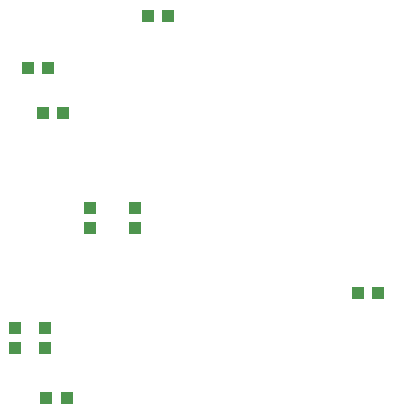
<source format=gtp>
G75*
%MOIN*%
%OFA0B0*%
%FSLAX24Y24*%
%IPPOS*%
%LPD*%
%AMOC8*
5,1,8,0,0,1.08239X$1,22.5*
%
%ADD10R,0.0433X0.0394*%
%ADD11R,0.0394X0.0433*%
D10*
X003690Y004150D03*
X004360Y004150D03*
X004235Y013650D03*
X003565Y013650D03*
X003735Y015150D03*
X003065Y015150D03*
X007065Y016900D03*
X007735Y016900D03*
X014065Y007650D03*
X014735Y007650D03*
D11*
X006650Y009815D03*
X006650Y010485D03*
X005150Y010485D03*
X005150Y009815D03*
X003650Y006485D03*
X003650Y005815D03*
X002650Y005815D03*
X002650Y006485D03*
M02*

</source>
